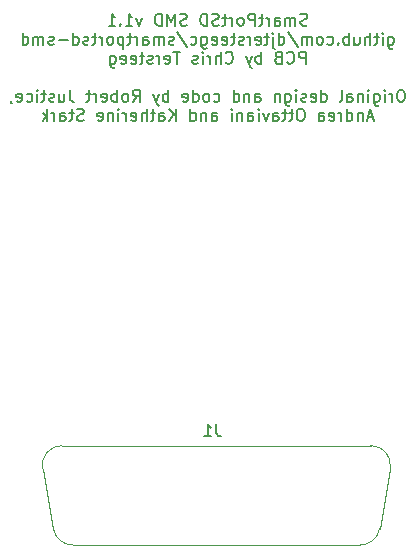
<source format=gbr>
%TF.GenerationSoftware,KiCad,Pcbnew,7.0.9*%
%TF.CreationDate,2023-12-07T13:52:13-06:00*%
%TF.ProjectId,smartportsd-smd,736d6172-7470-46f7-9274-73642d736d64,1.1*%
%TF.SameCoordinates,Original*%
%TF.FileFunction,Legend,Bot*%
%TF.FilePolarity,Positive*%
%FSLAX46Y46*%
G04 Gerber Fmt 4.6, Leading zero omitted, Abs format (unit mm)*
G04 Created by KiCad (PCBNEW 7.0.9) date 2023-12-07 13:52:13*
%MOMM*%
%LPD*%
G01*
G04 APERTURE LIST*
%ADD10C,0.150000*%
%ADD11C,0.120000*%
G04 APERTURE END LIST*
D10*
X162455762Y-88457200D02*
X162312905Y-88504819D01*
X162312905Y-88504819D02*
X162074810Y-88504819D01*
X162074810Y-88504819D02*
X161979572Y-88457200D01*
X161979572Y-88457200D02*
X161931953Y-88409580D01*
X161931953Y-88409580D02*
X161884334Y-88314342D01*
X161884334Y-88314342D02*
X161884334Y-88219104D01*
X161884334Y-88219104D02*
X161931953Y-88123866D01*
X161931953Y-88123866D02*
X161979572Y-88076247D01*
X161979572Y-88076247D02*
X162074810Y-88028628D01*
X162074810Y-88028628D02*
X162265286Y-87981009D01*
X162265286Y-87981009D02*
X162360524Y-87933390D01*
X162360524Y-87933390D02*
X162408143Y-87885771D01*
X162408143Y-87885771D02*
X162455762Y-87790533D01*
X162455762Y-87790533D02*
X162455762Y-87695295D01*
X162455762Y-87695295D02*
X162408143Y-87600057D01*
X162408143Y-87600057D02*
X162360524Y-87552438D01*
X162360524Y-87552438D02*
X162265286Y-87504819D01*
X162265286Y-87504819D02*
X162027191Y-87504819D01*
X162027191Y-87504819D02*
X161884334Y-87552438D01*
X161455762Y-88504819D02*
X161455762Y-87838152D01*
X161455762Y-87933390D02*
X161408143Y-87885771D01*
X161408143Y-87885771D02*
X161312905Y-87838152D01*
X161312905Y-87838152D02*
X161170048Y-87838152D01*
X161170048Y-87838152D02*
X161074810Y-87885771D01*
X161074810Y-87885771D02*
X161027191Y-87981009D01*
X161027191Y-87981009D02*
X161027191Y-88504819D01*
X161027191Y-87981009D02*
X160979572Y-87885771D01*
X160979572Y-87885771D02*
X160884334Y-87838152D01*
X160884334Y-87838152D02*
X160741477Y-87838152D01*
X160741477Y-87838152D02*
X160646238Y-87885771D01*
X160646238Y-87885771D02*
X160598619Y-87981009D01*
X160598619Y-87981009D02*
X160598619Y-88504819D01*
X159693858Y-88504819D02*
X159693858Y-87981009D01*
X159693858Y-87981009D02*
X159741477Y-87885771D01*
X159741477Y-87885771D02*
X159836715Y-87838152D01*
X159836715Y-87838152D02*
X160027191Y-87838152D01*
X160027191Y-87838152D02*
X160122429Y-87885771D01*
X159693858Y-88457200D02*
X159789096Y-88504819D01*
X159789096Y-88504819D02*
X160027191Y-88504819D01*
X160027191Y-88504819D02*
X160122429Y-88457200D01*
X160122429Y-88457200D02*
X160170048Y-88361961D01*
X160170048Y-88361961D02*
X160170048Y-88266723D01*
X160170048Y-88266723D02*
X160122429Y-88171485D01*
X160122429Y-88171485D02*
X160027191Y-88123866D01*
X160027191Y-88123866D02*
X159789096Y-88123866D01*
X159789096Y-88123866D02*
X159693858Y-88076247D01*
X159217667Y-88504819D02*
X159217667Y-87838152D01*
X159217667Y-88028628D02*
X159170048Y-87933390D01*
X159170048Y-87933390D02*
X159122429Y-87885771D01*
X159122429Y-87885771D02*
X159027191Y-87838152D01*
X159027191Y-87838152D02*
X158931953Y-87838152D01*
X158741476Y-87838152D02*
X158360524Y-87838152D01*
X158598619Y-87504819D02*
X158598619Y-88361961D01*
X158598619Y-88361961D02*
X158551000Y-88457200D01*
X158551000Y-88457200D02*
X158455762Y-88504819D01*
X158455762Y-88504819D02*
X158360524Y-88504819D01*
X158027190Y-88504819D02*
X158027190Y-87504819D01*
X158027190Y-87504819D02*
X157646238Y-87504819D01*
X157646238Y-87504819D02*
X157551000Y-87552438D01*
X157551000Y-87552438D02*
X157503381Y-87600057D01*
X157503381Y-87600057D02*
X157455762Y-87695295D01*
X157455762Y-87695295D02*
X157455762Y-87838152D01*
X157455762Y-87838152D02*
X157503381Y-87933390D01*
X157503381Y-87933390D02*
X157551000Y-87981009D01*
X157551000Y-87981009D02*
X157646238Y-88028628D01*
X157646238Y-88028628D02*
X158027190Y-88028628D01*
X156884333Y-88504819D02*
X156979571Y-88457200D01*
X156979571Y-88457200D02*
X157027190Y-88409580D01*
X157027190Y-88409580D02*
X157074809Y-88314342D01*
X157074809Y-88314342D02*
X157074809Y-88028628D01*
X157074809Y-88028628D02*
X157027190Y-87933390D01*
X157027190Y-87933390D02*
X156979571Y-87885771D01*
X156979571Y-87885771D02*
X156884333Y-87838152D01*
X156884333Y-87838152D02*
X156741476Y-87838152D01*
X156741476Y-87838152D02*
X156646238Y-87885771D01*
X156646238Y-87885771D02*
X156598619Y-87933390D01*
X156598619Y-87933390D02*
X156551000Y-88028628D01*
X156551000Y-88028628D02*
X156551000Y-88314342D01*
X156551000Y-88314342D02*
X156598619Y-88409580D01*
X156598619Y-88409580D02*
X156646238Y-88457200D01*
X156646238Y-88457200D02*
X156741476Y-88504819D01*
X156741476Y-88504819D02*
X156884333Y-88504819D01*
X156122428Y-88504819D02*
X156122428Y-87838152D01*
X156122428Y-88028628D02*
X156074809Y-87933390D01*
X156074809Y-87933390D02*
X156027190Y-87885771D01*
X156027190Y-87885771D02*
X155931952Y-87838152D01*
X155931952Y-87838152D02*
X155836714Y-87838152D01*
X155646237Y-87838152D02*
X155265285Y-87838152D01*
X155503380Y-87504819D02*
X155503380Y-88361961D01*
X155503380Y-88361961D02*
X155455761Y-88457200D01*
X155455761Y-88457200D02*
X155360523Y-88504819D01*
X155360523Y-88504819D02*
X155265285Y-88504819D01*
X154979570Y-88457200D02*
X154836713Y-88504819D01*
X154836713Y-88504819D02*
X154598618Y-88504819D01*
X154598618Y-88504819D02*
X154503380Y-88457200D01*
X154503380Y-88457200D02*
X154455761Y-88409580D01*
X154455761Y-88409580D02*
X154408142Y-88314342D01*
X154408142Y-88314342D02*
X154408142Y-88219104D01*
X154408142Y-88219104D02*
X154455761Y-88123866D01*
X154455761Y-88123866D02*
X154503380Y-88076247D01*
X154503380Y-88076247D02*
X154598618Y-88028628D01*
X154598618Y-88028628D02*
X154789094Y-87981009D01*
X154789094Y-87981009D02*
X154884332Y-87933390D01*
X154884332Y-87933390D02*
X154931951Y-87885771D01*
X154931951Y-87885771D02*
X154979570Y-87790533D01*
X154979570Y-87790533D02*
X154979570Y-87695295D01*
X154979570Y-87695295D02*
X154931951Y-87600057D01*
X154931951Y-87600057D02*
X154884332Y-87552438D01*
X154884332Y-87552438D02*
X154789094Y-87504819D01*
X154789094Y-87504819D02*
X154550999Y-87504819D01*
X154550999Y-87504819D02*
X154408142Y-87552438D01*
X153979570Y-88504819D02*
X153979570Y-87504819D01*
X153979570Y-87504819D02*
X153741475Y-87504819D01*
X153741475Y-87504819D02*
X153598618Y-87552438D01*
X153598618Y-87552438D02*
X153503380Y-87647676D01*
X153503380Y-87647676D02*
X153455761Y-87742914D01*
X153455761Y-87742914D02*
X153408142Y-87933390D01*
X153408142Y-87933390D02*
X153408142Y-88076247D01*
X153408142Y-88076247D02*
X153455761Y-88266723D01*
X153455761Y-88266723D02*
X153503380Y-88361961D01*
X153503380Y-88361961D02*
X153598618Y-88457200D01*
X153598618Y-88457200D02*
X153741475Y-88504819D01*
X153741475Y-88504819D02*
X153979570Y-88504819D01*
X152265284Y-88457200D02*
X152122427Y-88504819D01*
X152122427Y-88504819D02*
X151884332Y-88504819D01*
X151884332Y-88504819D02*
X151789094Y-88457200D01*
X151789094Y-88457200D02*
X151741475Y-88409580D01*
X151741475Y-88409580D02*
X151693856Y-88314342D01*
X151693856Y-88314342D02*
X151693856Y-88219104D01*
X151693856Y-88219104D02*
X151741475Y-88123866D01*
X151741475Y-88123866D02*
X151789094Y-88076247D01*
X151789094Y-88076247D02*
X151884332Y-88028628D01*
X151884332Y-88028628D02*
X152074808Y-87981009D01*
X152074808Y-87981009D02*
X152170046Y-87933390D01*
X152170046Y-87933390D02*
X152217665Y-87885771D01*
X152217665Y-87885771D02*
X152265284Y-87790533D01*
X152265284Y-87790533D02*
X152265284Y-87695295D01*
X152265284Y-87695295D02*
X152217665Y-87600057D01*
X152217665Y-87600057D02*
X152170046Y-87552438D01*
X152170046Y-87552438D02*
X152074808Y-87504819D01*
X152074808Y-87504819D02*
X151836713Y-87504819D01*
X151836713Y-87504819D02*
X151693856Y-87552438D01*
X151265284Y-88504819D02*
X151265284Y-87504819D01*
X151265284Y-87504819D02*
X150931951Y-88219104D01*
X150931951Y-88219104D02*
X150598618Y-87504819D01*
X150598618Y-87504819D02*
X150598618Y-88504819D01*
X150122427Y-88504819D02*
X150122427Y-87504819D01*
X150122427Y-87504819D02*
X149884332Y-87504819D01*
X149884332Y-87504819D02*
X149741475Y-87552438D01*
X149741475Y-87552438D02*
X149646237Y-87647676D01*
X149646237Y-87647676D02*
X149598618Y-87742914D01*
X149598618Y-87742914D02*
X149550999Y-87933390D01*
X149550999Y-87933390D02*
X149550999Y-88076247D01*
X149550999Y-88076247D02*
X149598618Y-88266723D01*
X149598618Y-88266723D02*
X149646237Y-88361961D01*
X149646237Y-88361961D02*
X149741475Y-88457200D01*
X149741475Y-88457200D02*
X149884332Y-88504819D01*
X149884332Y-88504819D02*
X150122427Y-88504819D01*
X148455760Y-87838152D02*
X148217665Y-88504819D01*
X148217665Y-88504819D02*
X147979570Y-87838152D01*
X147074808Y-88504819D02*
X147646236Y-88504819D01*
X147360522Y-88504819D02*
X147360522Y-87504819D01*
X147360522Y-87504819D02*
X147455760Y-87647676D01*
X147455760Y-87647676D02*
X147550998Y-87742914D01*
X147550998Y-87742914D02*
X147646236Y-87790533D01*
X146646236Y-88409580D02*
X146598617Y-88457200D01*
X146598617Y-88457200D02*
X146646236Y-88504819D01*
X146646236Y-88504819D02*
X146693855Y-88457200D01*
X146693855Y-88457200D02*
X146646236Y-88409580D01*
X146646236Y-88409580D02*
X146646236Y-88504819D01*
X145646237Y-88504819D02*
X146217665Y-88504819D01*
X145931951Y-88504819D02*
X145931951Y-87504819D01*
X145931951Y-87504819D02*
X146027189Y-87647676D01*
X146027189Y-87647676D02*
X146122427Y-87742914D01*
X146122427Y-87742914D02*
X146217665Y-87790533D01*
X169312906Y-89448152D02*
X169312906Y-90257676D01*
X169312906Y-90257676D02*
X169360525Y-90352914D01*
X169360525Y-90352914D02*
X169408144Y-90400533D01*
X169408144Y-90400533D02*
X169503382Y-90448152D01*
X169503382Y-90448152D02*
X169646239Y-90448152D01*
X169646239Y-90448152D02*
X169741477Y-90400533D01*
X169312906Y-90067200D02*
X169408144Y-90114819D01*
X169408144Y-90114819D02*
X169598620Y-90114819D01*
X169598620Y-90114819D02*
X169693858Y-90067200D01*
X169693858Y-90067200D02*
X169741477Y-90019580D01*
X169741477Y-90019580D02*
X169789096Y-89924342D01*
X169789096Y-89924342D02*
X169789096Y-89638628D01*
X169789096Y-89638628D02*
X169741477Y-89543390D01*
X169741477Y-89543390D02*
X169693858Y-89495771D01*
X169693858Y-89495771D02*
X169598620Y-89448152D01*
X169598620Y-89448152D02*
X169408144Y-89448152D01*
X169408144Y-89448152D02*
X169312906Y-89495771D01*
X168836715Y-90114819D02*
X168836715Y-89448152D01*
X168836715Y-89114819D02*
X168884334Y-89162438D01*
X168884334Y-89162438D02*
X168836715Y-89210057D01*
X168836715Y-89210057D02*
X168789096Y-89162438D01*
X168789096Y-89162438D02*
X168836715Y-89114819D01*
X168836715Y-89114819D02*
X168836715Y-89210057D01*
X168503382Y-89448152D02*
X168122430Y-89448152D01*
X168360525Y-89114819D02*
X168360525Y-89971961D01*
X168360525Y-89971961D02*
X168312906Y-90067200D01*
X168312906Y-90067200D02*
X168217668Y-90114819D01*
X168217668Y-90114819D02*
X168122430Y-90114819D01*
X167789096Y-90114819D02*
X167789096Y-89114819D01*
X167360525Y-90114819D02*
X167360525Y-89591009D01*
X167360525Y-89591009D02*
X167408144Y-89495771D01*
X167408144Y-89495771D02*
X167503382Y-89448152D01*
X167503382Y-89448152D02*
X167646239Y-89448152D01*
X167646239Y-89448152D02*
X167741477Y-89495771D01*
X167741477Y-89495771D02*
X167789096Y-89543390D01*
X166455763Y-89448152D02*
X166455763Y-90114819D01*
X166884334Y-89448152D02*
X166884334Y-89971961D01*
X166884334Y-89971961D02*
X166836715Y-90067200D01*
X166836715Y-90067200D02*
X166741477Y-90114819D01*
X166741477Y-90114819D02*
X166598620Y-90114819D01*
X166598620Y-90114819D02*
X166503382Y-90067200D01*
X166503382Y-90067200D02*
X166455763Y-90019580D01*
X165979572Y-90114819D02*
X165979572Y-89114819D01*
X165979572Y-89495771D02*
X165884334Y-89448152D01*
X165884334Y-89448152D02*
X165693858Y-89448152D01*
X165693858Y-89448152D02*
X165598620Y-89495771D01*
X165598620Y-89495771D02*
X165551001Y-89543390D01*
X165551001Y-89543390D02*
X165503382Y-89638628D01*
X165503382Y-89638628D02*
X165503382Y-89924342D01*
X165503382Y-89924342D02*
X165551001Y-90019580D01*
X165551001Y-90019580D02*
X165598620Y-90067200D01*
X165598620Y-90067200D02*
X165693858Y-90114819D01*
X165693858Y-90114819D02*
X165884334Y-90114819D01*
X165884334Y-90114819D02*
X165979572Y-90067200D01*
X165074810Y-90019580D02*
X165027191Y-90067200D01*
X165027191Y-90067200D02*
X165074810Y-90114819D01*
X165074810Y-90114819D02*
X165122429Y-90067200D01*
X165122429Y-90067200D02*
X165074810Y-90019580D01*
X165074810Y-90019580D02*
X165074810Y-90114819D01*
X164170049Y-90067200D02*
X164265287Y-90114819D01*
X164265287Y-90114819D02*
X164455763Y-90114819D01*
X164455763Y-90114819D02*
X164551001Y-90067200D01*
X164551001Y-90067200D02*
X164598620Y-90019580D01*
X164598620Y-90019580D02*
X164646239Y-89924342D01*
X164646239Y-89924342D02*
X164646239Y-89638628D01*
X164646239Y-89638628D02*
X164598620Y-89543390D01*
X164598620Y-89543390D02*
X164551001Y-89495771D01*
X164551001Y-89495771D02*
X164455763Y-89448152D01*
X164455763Y-89448152D02*
X164265287Y-89448152D01*
X164265287Y-89448152D02*
X164170049Y-89495771D01*
X163598620Y-90114819D02*
X163693858Y-90067200D01*
X163693858Y-90067200D02*
X163741477Y-90019580D01*
X163741477Y-90019580D02*
X163789096Y-89924342D01*
X163789096Y-89924342D02*
X163789096Y-89638628D01*
X163789096Y-89638628D02*
X163741477Y-89543390D01*
X163741477Y-89543390D02*
X163693858Y-89495771D01*
X163693858Y-89495771D02*
X163598620Y-89448152D01*
X163598620Y-89448152D02*
X163455763Y-89448152D01*
X163455763Y-89448152D02*
X163360525Y-89495771D01*
X163360525Y-89495771D02*
X163312906Y-89543390D01*
X163312906Y-89543390D02*
X163265287Y-89638628D01*
X163265287Y-89638628D02*
X163265287Y-89924342D01*
X163265287Y-89924342D02*
X163312906Y-90019580D01*
X163312906Y-90019580D02*
X163360525Y-90067200D01*
X163360525Y-90067200D02*
X163455763Y-90114819D01*
X163455763Y-90114819D02*
X163598620Y-90114819D01*
X162836715Y-90114819D02*
X162836715Y-89448152D01*
X162836715Y-89543390D02*
X162789096Y-89495771D01*
X162789096Y-89495771D02*
X162693858Y-89448152D01*
X162693858Y-89448152D02*
X162551001Y-89448152D01*
X162551001Y-89448152D02*
X162455763Y-89495771D01*
X162455763Y-89495771D02*
X162408144Y-89591009D01*
X162408144Y-89591009D02*
X162408144Y-90114819D01*
X162408144Y-89591009D02*
X162360525Y-89495771D01*
X162360525Y-89495771D02*
X162265287Y-89448152D01*
X162265287Y-89448152D02*
X162122430Y-89448152D01*
X162122430Y-89448152D02*
X162027191Y-89495771D01*
X162027191Y-89495771D02*
X161979572Y-89591009D01*
X161979572Y-89591009D02*
X161979572Y-90114819D01*
X160789097Y-89067200D02*
X161646239Y-90352914D01*
X160027192Y-90114819D02*
X160027192Y-89114819D01*
X160027192Y-90067200D02*
X160122430Y-90114819D01*
X160122430Y-90114819D02*
X160312906Y-90114819D01*
X160312906Y-90114819D02*
X160408144Y-90067200D01*
X160408144Y-90067200D02*
X160455763Y-90019580D01*
X160455763Y-90019580D02*
X160503382Y-89924342D01*
X160503382Y-89924342D02*
X160503382Y-89638628D01*
X160503382Y-89638628D02*
X160455763Y-89543390D01*
X160455763Y-89543390D02*
X160408144Y-89495771D01*
X160408144Y-89495771D02*
X160312906Y-89448152D01*
X160312906Y-89448152D02*
X160122430Y-89448152D01*
X160122430Y-89448152D02*
X160027192Y-89495771D01*
X159551001Y-89448152D02*
X159551001Y-90305295D01*
X159551001Y-90305295D02*
X159598620Y-90400533D01*
X159598620Y-90400533D02*
X159693858Y-90448152D01*
X159693858Y-90448152D02*
X159741477Y-90448152D01*
X159551001Y-89114819D02*
X159598620Y-89162438D01*
X159598620Y-89162438D02*
X159551001Y-89210057D01*
X159551001Y-89210057D02*
X159503382Y-89162438D01*
X159503382Y-89162438D02*
X159551001Y-89114819D01*
X159551001Y-89114819D02*
X159551001Y-89210057D01*
X159217668Y-89448152D02*
X158836716Y-89448152D01*
X159074811Y-89114819D02*
X159074811Y-89971961D01*
X159074811Y-89971961D02*
X159027192Y-90067200D01*
X159027192Y-90067200D02*
X158931954Y-90114819D01*
X158931954Y-90114819D02*
X158836716Y-90114819D01*
X158122430Y-90067200D02*
X158217668Y-90114819D01*
X158217668Y-90114819D02*
X158408144Y-90114819D01*
X158408144Y-90114819D02*
X158503382Y-90067200D01*
X158503382Y-90067200D02*
X158551001Y-89971961D01*
X158551001Y-89971961D02*
X158551001Y-89591009D01*
X158551001Y-89591009D02*
X158503382Y-89495771D01*
X158503382Y-89495771D02*
X158408144Y-89448152D01*
X158408144Y-89448152D02*
X158217668Y-89448152D01*
X158217668Y-89448152D02*
X158122430Y-89495771D01*
X158122430Y-89495771D02*
X158074811Y-89591009D01*
X158074811Y-89591009D02*
X158074811Y-89686247D01*
X158074811Y-89686247D02*
X158551001Y-89781485D01*
X157646239Y-90114819D02*
X157646239Y-89448152D01*
X157646239Y-89638628D02*
X157598620Y-89543390D01*
X157598620Y-89543390D02*
X157551001Y-89495771D01*
X157551001Y-89495771D02*
X157455763Y-89448152D01*
X157455763Y-89448152D02*
X157360525Y-89448152D01*
X157074810Y-90067200D02*
X156979572Y-90114819D01*
X156979572Y-90114819D02*
X156789096Y-90114819D01*
X156789096Y-90114819D02*
X156693858Y-90067200D01*
X156693858Y-90067200D02*
X156646239Y-89971961D01*
X156646239Y-89971961D02*
X156646239Y-89924342D01*
X156646239Y-89924342D02*
X156693858Y-89829104D01*
X156693858Y-89829104D02*
X156789096Y-89781485D01*
X156789096Y-89781485D02*
X156931953Y-89781485D01*
X156931953Y-89781485D02*
X157027191Y-89733866D01*
X157027191Y-89733866D02*
X157074810Y-89638628D01*
X157074810Y-89638628D02*
X157074810Y-89591009D01*
X157074810Y-89591009D02*
X157027191Y-89495771D01*
X157027191Y-89495771D02*
X156931953Y-89448152D01*
X156931953Y-89448152D02*
X156789096Y-89448152D01*
X156789096Y-89448152D02*
X156693858Y-89495771D01*
X156360524Y-89448152D02*
X155979572Y-89448152D01*
X156217667Y-89114819D02*
X156217667Y-89971961D01*
X156217667Y-89971961D02*
X156170048Y-90067200D01*
X156170048Y-90067200D02*
X156074810Y-90114819D01*
X156074810Y-90114819D02*
X155979572Y-90114819D01*
X155265286Y-90067200D02*
X155360524Y-90114819D01*
X155360524Y-90114819D02*
X155551000Y-90114819D01*
X155551000Y-90114819D02*
X155646238Y-90067200D01*
X155646238Y-90067200D02*
X155693857Y-89971961D01*
X155693857Y-89971961D02*
X155693857Y-89591009D01*
X155693857Y-89591009D02*
X155646238Y-89495771D01*
X155646238Y-89495771D02*
X155551000Y-89448152D01*
X155551000Y-89448152D02*
X155360524Y-89448152D01*
X155360524Y-89448152D02*
X155265286Y-89495771D01*
X155265286Y-89495771D02*
X155217667Y-89591009D01*
X155217667Y-89591009D02*
X155217667Y-89686247D01*
X155217667Y-89686247D02*
X155693857Y-89781485D01*
X154408143Y-90067200D02*
X154503381Y-90114819D01*
X154503381Y-90114819D02*
X154693857Y-90114819D01*
X154693857Y-90114819D02*
X154789095Y-90067200D01*
X154789095Y-90067200D02*
X154836714Y-89971961D01*
X154836714Y-89971961D02*
X154836714Y-89591009D01*
X154836714Y-89591009D02*
X154789095Y-89495771D01*
X154789095Y-89495771D02*
X154693857Y-89448152D01*
X154693857Y-89448152D02*
X154503381Y-89448152D01*
X154503381Y-89448152D02*
X154408143Y-89495771D01*
X154408143Y-89495771D02*
X154360524Y-89591009D01*
X154360524Y-89591009D02*
X154360524Y-89686247D01*
X154360524Y-89686247D02*
X154836714Y-89781485D01*
X153503381Y-89448152D02*
X153503381Y-90257676D01*
X153503381Y-90257676D02*
X153551000Y-90352914D01*
X153551000Y-90352914D02*
X153598619Y-90400533D01*
X153598619Y-90400533D02*
X153693857Y-90448152D01*
X153693857Y-90448152D02*
X153836714Y-90448152D01*
X153836714Y-90448152D02*
X153931952Y-90400533D01*
X153503381Y-90067200D02*
X153598619Y-90114819D01*
X153598619Y-90114819D02*
X153789095Y-90114819D01*
X153789095Y-90114819D02*
X153884333Y-90067200D01*
X153884333Y-90067200D02*
X153931952Y-90019580D01*
X153931952Y-90019580D02*
X153979571Y-89924342D01*
X153979571Y-89924342D02*
X153979571Y-89638628D01*
X153979571Y-89638628D02*
X153931952Y-89543390D01*
X153931952Y-89543390D02*
X153884333Y-89495771D01*
X153884333Y-89495771D02*
X153789095Y-89448152D01*
X153789095Y-89448152D02*
X153598619Y-89448152D01*
X153598619Y-89448152D02*
X153503381Y-89495771D01*
X152598619Y-90067200D02*
X152693857Y-90114819D01*
X152693857Y-90114819D02*
X152884333Y-90114819D01*
X152884333Y-90114819D02*
X152979571Y-90067200D01*
X152979571Y-90067200D02*
X153027190Y-90019580D01*
X153027190Y-90019580D02*
X153074809Y-89924342D01*
X153074809Y-89924342D02*
X153074809Y-89638628D01*
X153074809Y-89638628D02*
X153027190Y-89543390D01*
X153027190Y-89543390D02*
X152979571Y-89495771D01*
X152979571Y-89495771D02*
X152884333Y-89448152D01*
X152884333Y-89448152D02*
X152693857Y-89448152D01*
X152693857Y-89448152D02*
X152598619Y-89495771D01*
X151455762Y-89067200D02*
X152312904Y-90352914D01*
X151170047Y-90067200D02*
X151074809Y-90114819D01*
X151074809Y-90114819D02*
X150884333Y-90114819D01*
X150884333Y-90114819D02*
X150789095Y-90067200D01*
X150789095Y-90067200D02*
X150741476Y-89971961D01*
X150741476Y-89971961D02*
X150741476Y-89924342D01*
X150741476Y-89924342D02*
X150789095Y-89829104D01*
X150789095Y-89829104D02*
X150884333Y-89781485D01*
X150884333Y-89781485D02*
X151027190Y-89781485D01*
X151027190Y-89781485D02*
X151122428Y-89733866D01*
X151122428Y-89733866D02*
X151170047Y-89638628D01*
X151170047Y-89638628D02*
X151170047Y-89591009D01*
X151170047Y-89591009D02*
X151122428Y-89495771D01*
X151122428Y-89495771D02*
X151027190Y-89448152D01*
X151027190Y-89448152D02*
X150884333Y-89448152D01*
X150884333Y-89448152D02*
X150789095Y-89495771D01*
X150312904Y-90114819D02*
X150312904Y-89448152D01*
X150312904Y-89543390D02*
X150265285Y-89495771D01*
X150265285Y-89495771D02*
X150170047Y-89448152D01*
X150170047Y-89448152D02*
X150027190Y-89448152D01*
X150027190Y-89448152D02*
X149931952Y-89495771D01*
X149931952Y-89495771D02*
X149884333Y-89591009D01*
X149884333Y-89591009D02*
X149884333Y-90114819D01*
X149884333Y-89591009D02*
X149836714Y-89495771D01*
X149836714Y-89495771D02*
X149741476Y-89448152D01*
X149741476Y-89448152D02*
X149598619Y-89448152D01*
X149598619Y-89448152D02*
X149503380Y-89495771D01*
X149503380Y-89495771D02*
X149455761Y-89591009D01*
X149455761Y-89591009D02*
X149455761Y-90114819D01*
X148551000Y-90114819D02*
X148551000Y-89591009D01*
X148551000Y-89591009D02*
X148598619Y-89495771D01*
X148598619Y-89495771D02*
X148693857Y-89448152D01*
X148693857Y-89448152D02*
X148884333Y-89448152D01*
X148884333Y-89448152D02*
X148979571Y-89495771D01*
X148551000Y-90067200D02*
X148646238Y-90114819D01*
X148646238Y-90114819D02*
X148884333Y-90114819D01*
X148884333Y-90114819D02*
X148979571Y-90067200D01*
X148979571Y-90067200D02*
X149027190Y-89971961D01*
X149027190Y-89971961D02*
X149027190Y-89876723D01*
X149027190Y-89876723D02*
X148979571Y-89781485D01*
X148979571Y-89781485D02*
X148884333Y-89733866D01*
X148884333Y-89733866D02*
X148646238Y-89733866D01*
X148646238Y-89733866D02*
X148551000Y-89686247D01*
X148074809Y-90114819D02*
X148074809Y-89448152D01*
X148074809Y-89638628D02*
X148027190Y-89543390D01*
X148027190Y-89543390D02*
X147979571Y-89495771D01*
X147979571Y-89495771D02*
X147884333Y-89448152D01*
X147884333Y-89448152D02*
X147789095Y-89448152D01*
X147598618Y-89448152D02*
X147217666Y-89448152D01*
X147455761Y-89114819D02*
X147455761Y-89971961D01*
X147455761Y-89971961D02*
X147408142Y-90067200D01*
X147408142Y-90067200D02*
X147312904Y-90114819D01*
X147312904Y-90114819D02*
X147217666Y-90114819D01*
X146884332Y-89448152D02*
X146884332Y-90448152D01*
X146884332Y-89495771D02*
X146789094Y-89448152D01*
X146789094Y-89448152D02*
X146598618Y-89448152D01*
X146598618Y-89448152D02*
X146503380Y-89495771D01*
X146503380Y-89495771D02*
X146455761Y-89543390D01*
X146455761Y-89543390D02*
X146408142Y-89638628D01*
X146408142Y-89638628D02*
X146408142Y-89924342D01*
X146408142Y-89924342D02*
X146455761Y-90019580D01*
X146455761Y-90019580D02*
X146503380Y-90067200D01*
X146503380Y-90067200D02*
X146598618Y-90114819D01*
X146598618Y-90114819D02*
X146789094Y-90114819D01*
X146789094Y-90114819D02*
X146884332Y-90067200D01*
X145836713Y-90114819D02*
X145931951Y-90067200D01*
X145931951Y-90067200D02*
X145979570Y-90019580D01*
X145979570Y-90019580D02*
X146027189Y-89924342D01*
X146027189Y-89924342D02*
X146027189Y-89638628D01*
X146027189Y-89638628D02*
X145979570Y-89543390D01*
X145979570Y-89543390D02*
X145931951Y-89495771D01*
X145931951Y-89495771D02*
X145836713Y-89448152D01*
X145836713Y-89448152D02*
X145693856Y-89448152D01*
X145693856Y-89448152D02*
X145598618Y-89495771D01*
X145598618Y-89495771D02*
X145550999Y-89543390D01*
X145550999Y-89543390D02*
X145503380Y-89638628D01*
X145503380Y-89638628D02*
X145503380Y-89924342D01*
X145503380Y-89924342D02*
X145550999Y-90019580D01*
X145550999Y-90019580D02*
X145598618Y-90067200D01*
X145598618Y-90067200D02*
X145693856Y-90114819D01*
X145693856Y-90114819D02*
X145836713Y-90114819D01*
X145074808Y-90114819D02*
X145074808Y-89448152D01*
X145074808Y-89638628D02*
X145027189Y-89543390D01*
X145027189Y-89543390D02*
X144979570Y-89495771D01*
X144979570Y-89495771D02*
X144884332Y-89448152D01*
X144884332Y-89448152D02*
X144789094Y-89448152D01*
X144598617Y-89448152D02*
X144217665Y-89448152D01*
X144455760Y-89114819D02*
X144455760Y-89971961D01*
X144455760Y-89971961D02*
X144408141Y-90067200D01*
X144408141Y-90067200D02*
X144312903Y-90114819D01*
X144312903Y-90114819D02*
X144217665Y-90114819D01*
X143931950Y-90067200D02*
X143836712Y-90114819D01*
X143836712Y-90114819D02*
X143646236Y-90114819D01*
X143646236Y-90114819D02*
X143550998Y-90067200D01*
X143550998Y-90067200D02*
X143503379Y-89971961D01*
X143503379Y-89971961D02*
X143503379Y-89924342D01*
X143503379Y-89924342D02*
X143550998Y-89829104D01*
X143550998Y-89829104D02*
X143646236Y-89781485D01*
X143646236Y-89781485D02*
X143789093Y-89781485D01*
X143789093Y-89781485D02*
X143884331Y-89733866D01*
X143884331Y-89733866D02*
X143931950Y-89638628D01*
X143931950Y-89638628D02*
X143931950Y-89591009D01*
X143931950Y-89591009D02*
X143884331Y-89495771D01*
X143884331Y-89495771D02*
X143789093Y-89448152D01*
X143789093Y-89448152D02*
X143646236Y-89448152D01*
X143646236Y-89448152D02*
X143550998Y-89495771D01*
X142646236Y-90114819D02*
X142646236Y-89114819D01*
X142646236Y-90067200D02*
X142741474Y-90114819D01*
X142741474Y-90114819D02*
X142931950Y-90114819D01*
X142931950Y-90114819D02*
X143027188Y-90067200D01*
X143027188Y-90067200D02*
X143074807Y-90019580D01*
X143074807Y-90019580D02*
X143122426Y-89924342D01*
X143122426Y-89924342D02*
X143122426Y-89638628D01*
X143122426Y-89638628D02*
X143074807Y-89543390D01*
X143074807Y-89543390D02*
X143027188Y-89495771D01*
X143027188Y-89495771D02*
X142931950Y-89448152D01*
X142931950Y-89448152D02*
X142741474Y-89448152D01*
X142741474Y-89448152D02*
X142646236Y-89495771D01*
X142170045Y-89733866D02*
X141408141Y-89733866D01*
X140979569Y-90067200D02*
X140884331Y-90114819D01*
X140884331Y-90114819D02*
X140693855Y-90114819D01*
X140693855Y-90114819D02*
X140598617Y-90067200D01*
X140598617Y-90067200D02*
X140550998Y-89971961D01*
X140550998Y-89971961D02*
X140550998Y-89924342D01*
X140550998Y-89924342D02*
X140598617Y-89829104D01*
X140598617Y-89829104D02*
X140693855Y-89781485D01*
X140693855Y-89781485D02*
X140836712Y-89781485D01*
X140836712Y-89781485D02*
X140931950Y-89733866D01*
X140931950Y-89733866D02*
X140979569Y-89638628D01*
X140979569Y-89638628D02*
X140979569Y-89591009D01*
X140979569Y-89591009D02*
X140931950Y-89495771D01*
X140931950Y-89495771D02*
X140836712Y-89448152D01*
X140836712Y-89448152D02*
X140693855Y-89448152D01*
X140693855Y-89448152D02*
X140598617Y-89495771D01*
X140122426Y-90114819D02*
X140122426Y-89448152D01*
X140122426Y-89543390D02*
X140074807Y-89495771D01*
X140074807Y-89495771D02*
X139979569Y-89448152D01*
X139979569Y-89448152D02*
X139836712Y-89448152D01*
X139836712Y-89448152D02*
X139741474Y-89495771D01*
X139741474Y-89495771D02*
X139693855Y-89591009D01*
X139693855Y-89591009D02*
X139693855Y-90114819D01*
X139693855Y-89591009D02*
X139646236Y-89495771D01*
X139646236Y-89495771D02*
X139550998Y-89448152D01*
X139550998Y-89448152D02*
X139408141Y-89448152D01*
X139408141Y-89448152D02*
X139312902Y-89495771D01*
X139312902Y-89495771D02*
X139265283Y-89591009D01*
X139265283Y-89591009D02*
X139265283Y-90114819D01*
X138360522Y-90114819D02*
X138360522Y-89114819D01*
X138360522Y-90067200D02*
X138455760Y-90114819D01*
X138455760Y-90114819D02*
X138646236Y-90114819D01*
X138646236Y-90114819D02*
X138741474Y-90067200D01*
X138741474Y-90067200D02*
X138789093Y-90019580D01*
X138789093Y-90019580D02*
X138836712Y-89924342D01*
X138836712Y-89924342D02*
X138836712Y-89638628D01*
X138836712Y-89638628D02*
X138789093Y-89543390D01*
X138789093Y-89543390D02*
X138741474Y-89495771D01*
X138741474Y-89495771D02*
X138646236Y-89448152D01*
X138646236Y-89448152D02*
X138455760Y-89448152D01*
X138455760Y-89448152D02*
X138360522Y-89495771D01*
X162312905Y-91724819D02*
X162312905Y-90724819D01*
X162312905Y-90724819D02*
X161931953Y-90724819D01*
X161931953Y-90724819D02*
X161836715Y-90772438D01*
X161836715Y-90772438D02*
X161789096Y-90820057D01*
X161789096Y-90820057D02*
X161741477Y-90915295D01*
X161741477Y-90915295D02*
X161741477Y-91058152D01*
X161741477Y-91058152D02*
X161789096Y-91153390D01*
X161789096Y-91153390D02*
X161836715Y-91201009D01*
X161836715Y-91201009D02*
X161931953Y-91248628D01*
X161931953Y-91248628D02*
X162312905Y-91248628D01*
X160741477Y-91629580D02*
X160789096Y-91677200D01*
X160789096Y-91677200D02*
X160931953Y-91724819D01*
X160931953Y-91724819D02*
X161027191Y-91724819D01*
X161027191Y-91724819D02*
X161170048Y-91677200D01*
X161170048Y-91677200D02*
X161265286Y-91581961D01*
X161265286Y-91581961D02*
X161312905Y-91486723D01*
X161312905Y-91486723D02*
X161360524Y-91296247D01*
X161360524Y-91296247D02*
X161360524Y-91153390D01*
X161360524Y-91153390D02*
X161312905Y-90962914D01*
X161312905Y-90962914D02*
X161265286Y-90867676D01*
X161265286Y-90867676D02*
X161170048Y-90772438D01*
X161170048Y-90772438D02*
X161027191Y-90724819D01*
X161027191Y-90724819D02*
X160931953Y-90724819D01*
X160931953Y-90724819D02*
X160789096Y-90772438D01*
X160789096Y-90772438D02*
X160741477Y-90820057D01*
X159979572Y-91201009D02*
X159836715Y-91248628D01*
X159836715Y-91248628D02*
X159789096Y-91296247D01*
X159789096Y-91296247D02*
X159741477Y-91391485D01*
X159741477Y-91391485D02*
X159741477Y-91534342D01*
X159741477Y-91534342D02*
X159789096Y-91629580D01*
X159789096Y-91629580D02*
X159836715Y-91677200D01*
X159836715Y-91677200D02*
X159931953Y-91724819D01*
X159931953Y-91724819D02*
X160312905Y-91724819D01*
X160312905Y-91724819D02*
X160312905Y-90724819D01*
X160312905Y-90724819D02*
X159979572Y-90724819D01*
X159979572Y-90724819D02*
X159884334Y-90772438D01*
X159884334Y-90772438D02*
X159836715Y-90820057D01*
X159836715Y-90820057D02*
X159789096Y-90915295D01*
X159789096Y-90915295D02*
X159789096Y-91010533D01*
X159789096Y-91010533D02*
X159836715Y-91105771D01*
X159836715Y-91105771D02*
X159884334Y-91153390D01*
X159884334Y-91153390D02*
X159979572Y-91201009D01*
X159979572Y-91201009D02*
X160312905Y-91201009D01*
X158551000Y-91724819D02*
X158551000Y-90724819D01*
X158551000Y-91105771D02*
X158455762Y-91058152D01*
X158455762Y-91058152D02*
X158265286Y-91058152D01*
X158265286Y-91058152D02*
X158170048Y-91105771D01*
X158170048Y-91105771D02*
X158122429Y-91153390D01*
X158122429Y-91153390D02*
X158074810Y-91248628D01*
X158074810Y-91248628D02*
X158074810Y-91534342D01*
X158074810Y-91534342D02*
X158122429Y-91629580D01*
X158122429Y-91629580D02*
X158170048Y-91677200D01*
X158170048Y-91677200D02*
X158265286Y-91724819D01*
X158265286Y-91724819D02*
X158455762Y-91724819D01*
X158455762Y-91724819D02*
X158551000Y-91677200D01*
X157741476Y-91058152D02*
X157503381Y-91724819D01*
X157265286Y-91058152D02*
X157503381Y-91724819D01*
X157503381Y-91724819D02*
X157598619Y-91962914D01*
X157598619Y-91962914D02*
X157646238Y-92010533D01*
X157646238Y-92010533D02*
X157741476Y-92058152D01*
X155551000Y-91629580D02*
X155598619Y-91677200D01*
X155598619Y-91677200D02*
X155741476Y-91724819D01*
X155741476Y-91724819D02*
X155836714Y-91724819D01*
X155836714Y-91724819D02*
X155979571Y-91677200D01*
X155979571Y-91677200D02*
X156074809Y-91581961D01*
X156074809Y-91581961D02*
X156122428Y-91486723D01*
X156122428Y-91486723D02*
X156170047Y-91296247D01*
X156170047Y-91296247D02*
X156170047Y-91153390D01*
X156170047Y-91153390D02*
X156122428Y-90962914D01*
X156122428Y-90962914D02*
X156074809Y-90867676D01*
X156074809Y-90867676D02*
X155979571Y-90772438D01*
X155979571Y-90772438D02*
X155836714Y-90724819D01*
X155836714Y-90724819D02*
X155741476Y-90724819D01*
X155741476Y-90724819D02*
X155598619Y-90772438D01*
X155598619Y-90772438D02*
X155551000Y-90820057D01*
X155122428Y-91724819D02*
X155122428Y-90724819D01*
X154693857Y-91724819D02*
X154693857Y-91201009D01*
X154693857Y-91201009D02*
X154741476Y-91105771D01*
X154741476Y-91105771D02*
X154836714Y-91058152D01*
X154836714Y-91058152D02*
X154979571Y-91058152D01*
X154979571Y-91058152D02*
X155074809Y-91105771D01*
X155074809Y-91105771D02*
X155122428Y-91153390D01*
X154217666Y-91724819D02*
X154217666Y-91058152D01*
X154217666Y-91248628D02*
X154170047Y-91153390D01*
X154170047Y-91153390D02*
X154122428Y-91105771D01*
X154122428Y-91105771D02*
X154027190Y-91058152D01*
X154027190Y-91058152D02*
X153931952Y-91058152D01*
X153598618Y-91724819D02*
X153598618Y-91058152D01*
X153598618Y-90724819D02*
X153646237Y-90772438D01*
X153646237Y-90772438D02*
X153598618Y-90820057D01*
X153598618Y-90820057D02*
X153550999Y-90772438D01*
X153550999Y-90772438D02*
X153598618Y-90724819D01*
X153598618Y-90724819D02*
X153598618Y-90820057D01*
X153170047Y-91677200D02*
X153074809Y-91724819D01*
X153074809Y-91724819D02*
X152884333Y-91724819D01*
X152884333Y-91724819D02*
X152789095Y-91677200D01*
X152789095Y-91677200D02*
X152741476Y-91581961D01*
X152741476Y-91581961D02*
X152741476Y-91534342D01*
X152741476Y-91534342D02*
X152789095Y-91439104D01*
X152789095Y-91439104D02*
X152884333Y-91391485D01*
X152884333Y-91391485D02*
X153027190Y-91391485D01*
X153027190Y-91391485D02*
X153122428Y-91343866D01*
X153122428Y-91343866D02*
X153170047Y-91248628D01*
X153170047Y-91248628D02*
X153170047Y-91201009D01*
X153170047Y-91201009D02*
X153122428Y-91105771D01*
X153122428Y-91105771D02*
X153027190Y-91058152D01*
X153027190Y-91058152D02*
X152884333Y-91058152D01*
X152884333Y-91058152D02*
X152789095Y-91105771D01*
X151693856Y-90724819D02*
X151122428Y-90724819D01*
X151408142Y-91724819D02*
X151408142Y-90724819D01*
X150408142Y-91677200D02*
X150503380Y-91724819D01*
X150503380Y-91724819D02*
X150693856Y-91724819D01*
X150693856Y-91724819D02*
X150789094Y-91677200D01*
X150789094Y-91677200D02*
X150836713Y-91581961D01*
X150836713Y-91581961D02*
X150836713Y-91201009D01*
X150836713Y-91201009D02*
X150789094Y-91105771D01*
X150789094Y-91105771D02*
X150693856Y-91058152D01*
X150693856Y-91058152D02*
X150503380Y-91058152D01*
X150503380Y-91058152D02*
X150408142Y-91105771D01*
X150408142Y-91105771D02*
X150360523Y-91201009D01*
X150360523Y-91201009D02*
X150360523Y-91296247D01*
X150360523Y-91296247D02*
X150836713Y-91391485D01*
X149931951Y-91724819D02*
X149931951Y-91058152D01*
X149931951Y-91248628D02*
X149884332Y-91153390D01*
X149884332Y-91153390D02*
X149836713Y-91105771D01*
X149836713Y-91105771D02*
X149741475Y-91058152D01*
X149741475Y-91058152D02*
X149646237Y-91058152D01*
X149360522Y-91677200D02*
X149265284Y-91724819D01*
X149265284Y-91724819D02*
X149074808Y-91724819D01*
X149074808Y-91724819D02*
X148979570Y-91677200D01*
X148979570Y-91677200D02*
X148931951Y-91581961D01*
X148931951Y-91581961D02*
X148931951Y-91534342D01*
X148931951Y-91534342D02*
X148979570Y-91439104D01*
X148979570Y-91439104D02*
X149074808Y-91391485D01*
X149074808Y-91391485D02*
X149217665Y-91391485D01*
X149217665Y-91391485D02*
X149312903Y-91343866D01*
X149312903Y-91343866D02*
X149360522Y-91248628D01*
X149360522Y-91248628D02*
X149360522Y-91201009D01*
X149360522Y-91201009D02*
X149312903Y-91105771D01*
X149312903Y-91105771D02*
X149217665Y-91058152D01*
X149217665Y-91058152D02*
X149074808Y-91058152D01*
X149074808Y-91058152D02*
X148979570Y-91105771D01*
X148646236Y-91058152D02*
X148265284Y-91058152D01*
X148503379Y-90724819D02*
X148503379Y-91581961D01*
X148503379Y-91581961D02*
X148455760Y-91677200D01*
X148455760Y-91677200D02*
X148360522Y-91724819D01*
X148360522Y-91724819D02*
X148265284Y-91724819D01*
X147550998Y-91677200D02*
X147646236Y-91724819D01*
X147646236Y-91724819D02*
X147836712Y-91724819D01*
X147836712Y-91724819D02*
X147931950Y-91677200D01*
X147931950Y-91677200D02*
X147979569Y-91581961D01*
X147979569Y-91581961D02*
X147979569Y-91201009D01*
X147979569Y-91201009D02*
X147931950Y-91105771D01*
X147931950Y-91105771D02*
X147836712Y-91058152D01*
X147836712Y-91058152D02*
X147646236Y-91058152D01*
X147646236Y-91058152D02*
X147550998Y-91105771D01*
X147550998Y-91105771D02*
X147503379Y-91201009D01*
X147503379Y-91201009D02*
X147503379Y-91296247D01*
X147503379Y-91296247D02*
X147979569Y-91391485D01*
X146693855Y-91677200D02*
X146789093Y-91724819D01*
X146789093Y-91724819D02*
X146979569Y-91724819D01*
X146979569Y-91724819D02*
X147074807Y-91677200D01*
X147074807Y-91677200D02*
X147122426Y-91581961D01*
X147122426Y-91581961D02*
X147122426Y-91201009D01*
X147122426Y-91201009D02*
X147074807Y-91105771D01*
X147074807Y-91105771D02*
X146979569Y-91058152D01*
X146979569Y-91058152D02*
X146789093Y-91058152D01*
X146789093Y-91058152D02*
X146693855Y-91105771D01*
X146693855Y-91105771D02*
X146646236Y-91201009D01*
X146646236Y-91201009D02*
X146646236Y-91296247D01*
X146646236Y-91296247D02*
X147122426Y-91391485D01*
X145789093Y-91058152D02*
X145789093Y-91867676D01*
X145789093Y-91867676D02*
X145836712Y-91962914D01*
X145836712Y-91962914D02*
X145884331Y-92010533D01*
X145884331Y-92010533D02*
X145979569Y-92058152D01*
X145979569Y-92058152D02*
X146122426Y-92058152D01*
X146122426Y-92058152D02*
X146217664Y-92010533D01*
X145789093Y-91677200D02*
X145884331Y-91724819D01*
X145884331Y-91724819D02*
X146074807Y-91724819D01*
X146074807Y-91724819D02*
X146170045Y-91677200D01*
X146170045Y-91677200D02*
X146217664Y-91629580D01*
X146217664Y-91629580D02*
X146265283Y-91534342D01*
X146265283Y-91534342D02*
X146265283Y-91248628D01*
X146265283Y-91248628D02*
X146217664Y-91153390D01*
X146217664Y-91153390D02*
X146170045Y-91105771D01*
X146170045Y-91105771D02*
X146074807Y-91058152D01*
X146074807Y-91058152D02*
X145884331Y-91058152D01*
X145884331Y-91058152D02*
X145789093Y-91105771D01*
X170503382Y-93944819D02*
X170312906Y-93944819D01*
X170312906Y-93944819D02*
X170217668Y-93992438D01*
X170217668Y-93992438D02*
X170122430Y-94087676D01*
X170122430Y-94087676D02*
X170074811Y-94278152D01*
X170074811Y-94278152D02*
X170074811Y-94611485D01*
X170074811Y-94611485D02*
X170122430Y-94801961D01*
X170122430Y-94801961D02*
X170217668Y-94897200D01*
X170217668Y-94897200D02*
X170312906Y-94944819D01*
X170312906Y-94944819D02*
X170503382Y-94944819D01*
X170503382Y-94944819D02*
X170598620Y-94897200D01*
X170598620Y-94897200D02*
X170693858Y-94801961D01*
X170693858Y-94801961D02*
X170741477Y-94611485D01*
X170741477Y-94611485D02*
X170741477Y-94278152D01*
X170741477Y-94278152D02*
X170693858Y-94087676D01*
X170693858Y-94087676D02*
X170598620Y-93992438D01*
X170598620Y-93992438D02*
X170503382Y-93944819D01*
X169646239Y-94944819D02*
X169646239Y-94278152D01*
X169646239Y-94468628D02*
X169598620Y-94373390D01*
X169598620Y-94373390D02*
X169551001Y-94325771D01*
X169551001Y-94325771D02*
X169455763Y-94278152D01*
X169455763Y-94278152D02*
X169360525Y-94278152D01*
X169027191Y-94944819D02*
X169027191Y-94278152D01*
X169027191Y-93944819D02*
X169074810Y-93992438D01*
X169074810Y-93992438D02*
X169027191Y-94040057D01*
X169027191Y-94040057D02*
X168979572Y-93992438D01*
X168979572Y-93992438D02*
X169027191Y-93944819D01*
X169027191Y-93944819D02*
X169027191Y-94040057D01*
X168122430Y-94278152D02*
X168122430Y-95087676D01*
X168122430Y-95087676D02*
X168170049Y-95182914D01*
X168170049Y-95182914D02*
X168217668Y-95230533D01*
X168217668Y-95230533D02*
X168312906Y-95278152D01*
X168312906Y-95278152D02*
X168455763Y-95278152D01*
X168455763Y-95278152D02*
X168551001Y-95230533D01*
X168122430Y-94897200D02*
X168217668Y-94944819D01*
X168217668Y-94944819D02*
X168408144Y-94944819D01*
X168408144Y-94944819D02*
X168503382Y-94897200D01*
X168503382Y-94897200D02*
X168551001Y-94849580D01*
X168551001Y-94849580D02*
X168598620Y-94754342D01*
X168598620Y-94754342D02*
X168598620Y-94468628D01*
X168598620Y-94468628D02*
X168551001Y-94373390D01*
X168551001Y-94373390D02*
X168503382Y-94325771D01*
X168503382Y-94325771D02*
X168408144Y-94278152D01*
X168408144Y-94278152D02*
X168217668Y-94278152D01*
X168217668Y-94278152D02*
X168122430Y-94325771D01*
X167646239Y-94944819D02*
X167646239Y-94278152D01*
X167646239Y-93944819D02*
X167693858Y-93992438D01*
X167693858Y-93992438D02*
X167646239Y-94040057D01*
X167646239Y-94040057D02*
X167598620Y-93992438D01*
X167598620Y-93992438D02*
X167646239Y-93944819D01*
X167646239Y-93944819D02*
X167646239Y-94040057D01*
X167170049Y-94278152D02*
X167170049Y-94944819D01*
X167170049Y-94373390D02*
X167122430Y-94325771D01*
X167122430Y-94325771D02*
X167027192Y-94278152D01*
X167027192Y-94278152D02*
X166884335Y-94278152D01*
X166884335Y-94278152D02*
X166789097Y-94325771D01*
X166789097Y-94325771D02*
X166741478Y-94421009D01*
X166741478Y-94421009D02*
X166741478Y-94944819D01*
X165836716Y-94944819D02*
X165836716Y-94421009D01*
X165836716Y-94421009D02*
X165884335Y-94325771D01*
X165884335Y-94325771D02*
X165979573Y-94278152D01*
X165979573Y-94278152D02*
X166170049Y-94278152D01*
X166170049Y-94278152D02*
X166265287Y-94325771D01*
X165836716Y-94897200D02*
X165931954Y-94944819D01*
X165931954Y-94944819D02*
X166170049Y-94944819D01*
X166170049Y-94944819D02*
X166265287Y-94897200D01*
X166265287Y-94897200D02*
X166312906Y-94801961D01*
X166312906Y-94801961D02*
X166312906Y-94706723D01*
X166312906Y-94706723D02*
X166265287Y-94611485D01*
X166265287Y-94611485D02*
X166170049Y-94563866D01*
X166170049Y-94563866D02*
X165931954Y-94563866D01*
X165931954Y-94563866D02*
X165836716Y-94516247D01*
X165217668Y-94944819D02*
X165312906Y-94897200D01*
X165312906Y-94897200D02*
X165360525Y-94801961D01*
X165360525Y-94801961D02*
X165360525Y-93944819D01*
X163646239Y-94944819D02*
X163646239Y-93944819D01*
X163646239Y-94897200D02*
X163741477Y-94944819D01*
X163741477Y-94944819D02*
X163931953Y-94944819D01*
X163931953Y-94944819D02*
X164027191Y-94897200D01*
X164027191Y-94897200D02*
X164074810Y-94849580D01*
X164074810Y-94849580D02*
X164122429Y-94754342D01*
X164122429Y-94754342D02*
X164122429Y-94468628D01*
X164122429Y-94468628D02*
X164074810Y-94373390D01*
X164074810Y-94373390D02*
X164027191Y-94325771D01*
X164027191Y-94325771D02*
X163931953Y-94278152D01*
X163931953Y-94278152D02*
X163741477Y-94278152D01*
X163741477Y-94278152D02*
X163646239Y-94325771D01*
X162789096Y-94897200D02*
X162884334Y-94944819D01*
X162884334Y-94944819D02*
X163074810Y-94944819D01*
X163074810Y-94944819D02*
X163170048Y-94897200D01*
X163170048Y-94897200D02*
X163217667Y-94801961D01*
X163217667Y-94801961D02*
X163217667Y-94421009D01*
X163217667Y-94421009D02*
X163170048Y-94325771D01*
X163170048Y-94325771D02*
X163074810Y-94278152D01*
X163074810Y-94278152D02*
X162884334Y-94278152D01*
X162884334Y-94278152D02*
X162789096Y-94325771D01*
X162789096Y-94325771D02*
X162741477Y-94421009D01*
X162741477Y-94421009D02*
X162741477Y-94516247D01*
X162741477Y-94516247D02*
X163217667Y-94611485D01*
X162360524Y-94897200D02*
X162265286Y-94944819D01*
X162265286Y-94944819D02*
X162074810Y-94944819D01*
X162074810Y-94944819D02*
X161979572Y-94897200D01*
X161979572Y-94897200D02*
X161931953Y-94801961D01*
X161931953Y-94801961D02*
X161931953Y-94754342D01*
X161931953Y-94754342D02*
X161979572Y-94659104D01*
X161979572Y-94659104D02*
X162074810Y-94611485D01*
X162074810Y-94611485D02*
X162217667Y-94611485D01*
X162217667Y-94611485D02*
X162312905Y-94563866D01*
X162312905Y-94563866D02*
X162360524Y-94468628D01*
X162360524Y-94468628D02*
X162360524Y-94421009D01*
X162360524Y-94421009D02*
X162312905Y-94325771D01*
X162312905Y-94325771D02*
X162217667Y-94278152D01*
X162217667Y-94278152D02*
X162074810Y-94278152D01*
X162074810Y-94278152D02*
X161979572Y-94325771D01*
X161503381Y-94944819D02*
X161503381Y-94278152D01*
X161503381Y-93944819D02*
X161551000Y-93992438D01*
X161551000Y-93992438D02*
X161503381Y-94040057D01*
X161503381Y-94040057D02*
X161455762Y-93992438D01*
X161455762Y-93992438D02*
X161503381Y-93944819D01*
X161503381Y-93944819D02*
X161503381Y-94040057D01*
X160598620Y-94278152D02*
X160598620Y-95087676D01*
X160598620Y-95087676D02*
X160646239Y-95182914D01*
X160646239Y-95182914D02*
X160693858Y-95230533D01*
X160693858Y-95230533D02*
X160789096Y-95278152D01*
X160789096Y-95278152D02*
X160931953Y-95278152D01*
X160931953Y-95278152D02*
X161027191Y-95230533D01*
X160598620Y-94897200D02*
X160693858Y-94944819D01*
X160693858Y-94944819D02*
X160884334Y-94944819D01*
X160884334Y-94944819D02*
X160979572Y-94897200D01*
X160979572Y-94897200D02*
X161027191Y-94849580D01*
X161027191Y-94849580D02*
X161074810Y-94754342D01*
X161074810Y-94754342D02*
X161074810Y-94468628D01*
X161074810Y-94468628D02*
X161027191Y-94373390D01*
X161027191Y-94373390D02*
X160979572Y-94325771D01*
X160979572Y-94325771D02*
X160884334Y-94278152D01*
X160884334Y-94278152D02*
X160693858Y-94278152D01*
X160693858Y-94278152D02*
X160598620Y-94325771D01*
X160122429Y-94278152D02*
X160122429Y-94944819D01*
X160122429Y-94373390D02*
X160074810Y-94325771D01*
X160074810Y-94325771D02*
X159979572Y-94278152D01*
X159979572Y-94278152D02*
X159836715Y-94278152D01*
X159836715Y-94278152D02*
X159741477Y-94325771D01*
X159741477Y-94325771D02*
X159693858Y-94421009D01*
X159693858Y-94421009D02*
X159693858Y-94944819D01*
X158027191Y-94944819D02*
X158027191Y-94421009D01*
X158027191Y-94421009D02*
X158074810Y-94325771D01*
X158074810Y-94325771D02*
X158170048Y-94278152D01*
X158170048Y-94278152D02*
X158360524Y-94278152D01*
X158360524Y-94278152D02*
X158455762Y-94325771D01*
X158027191Y-94897200D02*
X158122429Y-94944819D01*
X158122429Y-94944819D02*
X158360524Y-94944819D01*
X158360524Y-94944819D02*
X158455762Y-94897200D01*
X158455762Y-94897200D02*
X158503381Y-94801961D01*
X158503381Y-94801961D02*
X158503381Y-94706723D01*
X158503381Y-94706723D02*
X158455762Y-94611485D01*
X158455762Y-94611485D02*
X158360524Y-94563866D01*
X158360524Y-94563866D02*
X158122429Y-94563866D01*
X158122429Y-94563866D02*
X158027191Y-94516247D01*
X157551000Y-94278152D02*
X157551000Y-94944819D01*
X157551000Y-94373390D02*
X157503381Y-94325771D01*
X157503381Y-94325771D02*
X157408143Y-94278152D01*
X157408143Y-94278152D02*
X157265286Y-94278152D01*
X157265286Y-94278152D02*
X157170048Y-94325771D01*
X157170048Y-94325771D02*
X157122429Y-94421009D01*
X157122429Y-94421009D02*
X157122429Y-94944819D01*
X156217667Y-94944819D02*
X156217667Y-93944819D01*
X156217667Y-94897200D02*
X156312905Y-94944819D01*
X156312905Y-94944819D02*
X156503381Y-94944819D01*
X156503381Y-94944819D02*
X156598619Y-94897200D01*
X156598619Y-94897200D02*
X156646238Y-94849580D01*
X156646238Y-94849580D02*
X156693857Y-94754342D01*
X156693857Y-94754342D02*
X156693857Y-94468628D01*
X156693857Y-94468628D02*
X156646238Y-94373390D01*
X156646238Y-94373390D02*
X156598619Y-94325771D01*
X156598619Y-94325771D02*
X156503381Y-94278152D01*
X156503381Y-94278152D02*
X156312905Y-94278152D01*
X156312905Y-94278152D02*
X156217667Y-94325771D01*
X154551000Y-94897200D02*
X154646238Y-94944819D01*
X154646238Y-94944819D02*
X154836714Y-94944819D01*
X154836714Y-94944819D02*
X154931952Y-94897200D01*
X154931952Y-94897200D02*
X154979571Y-94849580D01*
X154979571Y-94849580D02*
X155027190Y-94754342D01*
X155027190Y-94754342D02*
X155027190Y-94468628D01*
X155027190Y-94468628D02*
X154979571Y-94373390D01*
X154979571Y-94373390D02*
X154931952Y-94325771D01*
X154931952Y-94325771D02*
X154836714Y-94278152D01*
X154836714Y-94278152D02*
X154646238Y-94278152D01*
X154646238Y-94278152D02*
X154551000Y-94325771D01*
X153979571Y-94944819D02*
X154074809Y-94897200D01*
X154074809Y-94897200D02*
X154122428Y-94849580D01*
X154122428Y-94849580D02*
X154170047Y-94754342D01*
X154170047Y-94754342D02*
X154170047Y-94468628D01*
X154170047Y-94468628D02*
X154122428Y-94373390D01*
X154122428Y-94373390D02*
X154074809Y-94325771D01*
X154074809Y-94325771D02*
X153979571Y-94278152D01*
X153979571Y-94278152D02*
X153836714Y-94278152D01*
X153836714Y-94278152D02*
X153741476Y-94325771D01*
X153741476Y-94325771D02*
X153693857Y-94373390D01*
X153693857Y-94373390D02*
X153646238Y-94468628D01*
X153646238Y-94468628D02*
X153646238Y-94754342D01*
X153646238Y-94754342D02*
X153693857Y-94849580D01*
X153693857Y-94849580D02*
X153741476Y-94897200D01*
X153741476Y-94897200D02*
X153836714Y-94944819D01*
X153836714Y-94944819D02*
X153979571Y-94944819D01*
X152789095Y-94944819D02*
X152789095Y-93944819D01*
X152789095Y-94897200D02*
X152884333Y-94944819D01*
X152884333Y-94944819D02*
X153074809Y-94944819D01*
X153074809Y-94944819D02*
X153170047Y-94897200D01*
X153170047Y-94897200D02*
X153217666Y-94849580D01*
X153217666Y-94849580D02*
X153265285Y-94754342D01*
X153265285Y-94754342D02*
X153265285Y-94468628D01*
X153265285Y-94468628D02*
X153217666Y-94373390D01*
X153217666Y-94373390D02*
X153170047Y-94325771D01*
X153170047Y-94325771D02*
X153074809Y-94278152D01*
X153074809Y-94278152D02*
X152884333Y-94278152D01*
X152884333Y-94278152D02*
X152789095Y-94325771D01*
X151931952Y-94897200D02*
X152027190Y-94944819D01*
X152027190Y-94944819D02*
X152217666Y-94944819D01*
X152217666Y-94944819D02*
X152312904Y-94897200D01*
X152312904Y-94897200D02*
X152360523Y-94801961D01*
X152360523Y-94801961D02*
X152360523Y-94421009D01*
X152360523Y-94421009D02*
X152312904Y-94325771D01*
X152312904Y-94325771D02*
X152217666Y-94278152D01*
X152217666Y-94278152D02*
X152027190Y-94278152D01*
X152027190Y-94278152D02*
X151931952Y-94325771D01*
X151931952Y-94325771D02*
X151884333Y-94421009D01*
X151884333Y-94421009D02*
X151884333Y-94516247D01*
X151884333Y-94516247D02*
X152360523Y-94611485D01*
X150693856Y-94944819D02*
X150693856Y-93944819D01*
X150693856Y-94325771D02*
X150598618Y-94278152D01*
X150598618Y-94278152D02*
X150408142Y-94278152D01*
X150408142Y-94278152D02*
X150312904Y-94325771D01*
X150312904Y-94325771D02*
X150265285Y-94373390D01*
X150265285Y-94373390D02*
X150217666Y-94468628D01*
X150217666Y-94468628D02*
X150217666Y-94754342D01*
X150217666Y-94754342D02*
X150265285Y-94849580D01*
X150265285Y-94849580D02*
X150312904Y-94897200D01*
X150312904Y-94897200D02*
X150408142Y-94944819D01*
X150408142Y-94944819D02*
X150598618Y-94944819D01*
X150598618Y-94944819D02*
X150693856Y-94897200D01*
X149884332Y-94278152D02*
X149646237Y-94944819D01*
X149408142Y-94278152D02*
X149646237Y-94944819D01*
X149646237Y-94944819D02*
X149741475Y-95182914D01*
X149741475Y-95182914D02*
X149789094Y-95230533D01*
X149789094Y-95230533D02*
X149884332Y-95278152D01*
X147693856Y-94944819D02*
X148027189Y-94468628D01*
X148265284Y-94944819D02*
X148265284Y-93944819D01*
X148265284Y-93944819D02*
X147884332Y-93944819D01*
X147884332Y-93944819D02*
X147789094Y-93992438D01*
X147789094Y-93992438D02*
X147741475Y-94040057D01*
X147741475Y-94040057D02*
X147693856Y-94135295D01*
X147693856Y-94135295D02*
X147693856Y-94278152D01*
X147693856Y-94278152D02*
X147741475Y-94373390D01*
X147741475Y-94373390D02*
X147789094Y-94421009D01*
X147789094Y-94421009D02*
X147884332Y-94468628D01*
X147884332Y-94468628D02*
X148265284Y-94468628D01*
X147122427Y-94944819D02*
X147217665Y-94897200D01*
X147217665Y-94897200D02*
X147265284Y-94849580D01*
X147265284Y-94849580D02*
X147312903Y-94754342D01*
X147312903Y-94754342D02*
X147312903Y-94468628D01*
X147312903Y-94468628D02*
X147265284Y-94373390D01*
X147265284Y-94373390D02*
X147217665Y-94325771D01*
X147217665Y-94325771D02*
X147122427Y-94278152D01*
X147122427Y-94278152D02*
X146979570Y-94278152D01*
X146979570Y-94278152D02*
X146884332Y-94325771D01*
X146884332Y-94325771D02*
X146836713Y-94373390D01*
X146836713Y-94373390D02*
X146789094Y-94468628D01*
X146789094Y-94468628D02*
X146789094Y-94754342D01*
X146789094Y-94754342D02*
X146836713Y-94849580D01*
X146836713Y-94849580D02*
X146884332Y-94897200D01*
X146884332Y-94897200D02*
X146979570Y-94944819D01*
X146979570Y-94944819D02*
X147122427Y-94944819D01*
X146360522Y-94944819D02*
X146360522Y-93944819D01*
X146360522Y-94325771D02*
X146265284Y-94278152D01*
X146265284Y-94278152D02*
X146074808Y-94278152D01*
X146074808Y-94278152D02*
X145979570Y-94325771D01*
X145979570Y-94325771D02*
X145931951Y-94373390D01*
X145931951Y-94373390D02*
X145884332Y-94468628D01*
X145884332Y-94468628D02*
X145884332Y-94754342D01*
X145884332Y-94754342D02*
X145931951Y-94849580D01*
X145931951Y-94849580D02*
X145979570Y-94897200D01*
X145979570Y-94897200D02*
X146074808Y-94944819D01*
X146074808Y-94944819D02*
X146265284Y-94944819D01*
X146265284Y-94944819D02*
X146360522Y-94897200D01*
X145074808Y-94897200D02*
X145170046Y-94944819D01*
X145170046Y-94944819D02*
X145360522Y-94944819D01*
X145360522Y-94944819D02*
X145455760Y-94897200D01*
X145455760Y-94897200D02*
X145503379Y-94801961D01*
X145503379Y-94801961D02*
X145503379Y-94421009D01*
X145503379Y-94421009D02*
X145455760Y-94325771D01*
X145455760Y-94325771D02*
X145360522Y-94278152D01*
X145360522Y-94278152D02*
X145170046Y-94278152D01*
X145170046Y-94278152D02*
X145074808Y-94325771D01*
X145074808Y-94325771D02*
X145027189Y-94421009D01*
X145027189Y-94421009D02*
X145027189Y-94516247D01*
X145027189Y-94516247D02*
X145503379Y-94611485D01*
X144598617Y-94944819D02*
X144598617Y-94278152D01*
X144598617Y-94468628D02*
X144550998Y-94373390D01*
X144550998Y-94373390D02*
X144503379Y-94325771D01*
X144503379Y-94325771D02*
X144408141Y-94278152D01*
X144408141Y-94278152D02*
X144312903Y-94278152D01*
X144122426Y-94278152D02*
X143741474Y-94278152D01*
X143979569Y-93944819D02*
X143979569Y-94801961D01*
X143979569Y-94801961D02*
X143931950Y-94897200D01*
X143931950Y-94897200D02*
X143836712Y-94944819D01*
X143836712Y-94944819D02*
X143741474Y-94944819D01*
X142360521Y-93944819D02*
X142360521Y-94659104D01*
X142360521Y-94659104D02*
X142408140Y-94801961D01*
X142408140Y-94801961D02*
X142503378Y-94897200D01*
X142503378Y-94897200D02*
X142646235Y-94944819D01*
X142646235Y-94944819D02*
X142741473Y-94944819D01*
X141455759Y-94278152D02*
X141455759Y-94944819D01*
X141884330Y-94278152D02*
X141884330Y-94801961D01*
X141884330Y-94801961D02*
X141836711Y-94897200D01*
X141836711Y-94897200D02*
X141741473Y-94944819D01*
X141741473Y-94944819D02*
X141598616Y-94944819D01*
X141598616Y-94944819D02*
X141503378Y-94897200D01*
X141503378Y-94897200D02*
X141455759Y-94849580D01*
X141027187Y-94897200D02*
X140931949Y-94944819D01*
X140931949Y-94944819D02*
X140741473Y-94944819D01*
X140741473Y-94944819D02*
X140646235Y-94897200D01*
X140646235Y-94897200D02*
X140598616Y-94801961D01*
X140598616Y-94801961D02*
X140598616Y-94754342D01*
X140598616Y-94754342D02*
X140646235Y-94659104D01*
X140646235Y-94659104D02*
X140741473Y-94611485D01*
X140741473Y-94611485D02*
X140884330Y-94611485D01*
X140884330Y-94611485D02*
X140979568Y-94563866D01*
X140979568Y-94563866D02*
X141027187Y-94468628D01*
X141027187Y-94468628D02*
X141027187Y-94421009D01*
X141027187Y-94421009D02*
X140979568Y-94325771D01*
X140979568Y-94325771D02*
X140884330Y-94278152D01*
X140884330Y-94278152D02*
X140741473Y-94278152D01*
X140741473Y-94278152D02*
X140646235Y-94325771D01*
X140312901Y-94278152D02*
X139931949Y-94278152D01*
X140170044Y-93944819D02*
X140170044Y-94801961D01*
X140170044Y-94801961D02*
X140122425Y-94897200D01*
X140122425Y-94897200D02*
X140027187Y-94944819D01*
X140027187Y-94944819D02*
X139931949Y-94944819D01*
X139598615Y-94944819D02*
X139598615Y-94278152D01*
X139598615Y-93944819D02*
X139646234Y-93992438D01*
X139646234Y-93992438D02*
X139598615Y-94040057D01*
X139598615Y-94040057D02*
X139550996Y-93992438D01*
X139550996Y-93992438D02*
X139598615Y-93944819D01*
X139598615Y-93944819D02*
X139598615Y-94040057D01*
X138693854Y-94897200D02*
X138789092Y-94944819D01*
X138789092Y-94944819D02*
X138979568Y-94944819D01*
X138979568Y-94944819D02*
X139074806Y-94897200D01*
X139074806Y-94897200D02*
X139122425Y-94849580D01*
X139122425Y-94849580D02*
X139170044Y-94754342D01*
X139170044Y-94754342D02*
X139170044Y-94468628D01*
X139170044Y-94468628D02*
X139122425Y-94373390D01*
X139122425Y-94373390D02*
X139074806Y-94325771D01*
X139074806Y-94325771D02*
X138979568Y-94278152D01*
X138979568Y-94278152D02*
X138789092Y-94278152D01*
X138789092Y-94278152D02*
X138693854Y-94325771D01*
X137884330Y-94897200D02*
X137979568Y-94944819D01*
X137979568Y-94944819D02*
X138170044Y-94944819D01*
X138170044Y-94944819D02*
X138265282Y-94897200D01*
X138265282Y-94897200D02*
X138312901Y-94801961D01*
X138312901Y-94801961D02*
X138312901Y-94421009D01*
X138312901Y-94421009D02*
X138265282Y-94325771D01*
X138265282Y-94325771D02*
X138170044Y-94278152D01*
X138170044Y-94278152D02*
X137979568Y-94278152D01*
X137979568Y-94278152D02*
X137884330Y-94325771D01*
X137884330Y-94325771D02*
X137836711Y-94421009D01*
X137836711Y-94421009D02*
X137836711Y-94516247D01*
X137836711Y-94516247D02*
X138312901Y-94611485D01*
X137360520Y-94897200D02*
X137360520Y-94944819D01*
X137360520Y-94944819D02*
X137408139Y-95040057D01*
X137408139Y-95040057D02*
X137455758Y-95087676D01*
X168051001Y-96269104D02*
X167574811Y-96269104D01*
X168146239Y-96554819D02*
X167812906Y-95554819D01*
X167812906Y-95554819D02*
X167479573Y-96554819D01*
X167146239Y-95888152D02*
X167146239Y-96554819D01*
X167146239Y-95983390D02*
X167098620Y-95935771D01*
X167098620Y-95935771D02*
X167003382Y-95888152D01*
X167003382Y-95888152D02*
X166860525Y-95888152D01*
X166860525Y-95888152D02*
X166765287Y-95935771D01*
X166765287Y-95935771D02*
X166717668Y-96031009D01*
X166717668Y-96031009D02*
X166717668Y-96554819D01*
X165812906Y-96554819D02*
X165812906Y-95554819D01*
X165812906Y-96507200D02*
X165908144Y-96554819D01*
X165908144Y-96554819D02*
X166098620Y-96554819D01*
X166098620Y-96554819D02*
X166193858Y-96507200D01*
X166193858Y-96507200D02*
X166241477Y-96459580D01*
X166241477Y-96459580D02*
X166289096Y-96364342D01*
X166289096Y-96364342D02*
X166289096Y-96078628D01*
X166289096Y-96078628D02*
X166241477Y-95983390D01*
X166241477Y-95983390D02*
X166193858Y-95935771D01*
X166193858Y-95935771D02*
X166098620Y-95888152D01*
X166098620Y-95888152D02*
X165908144Y-95888152D01*
X165908144Y-95888152D02*
X165812906Y-95935771D01*
X165336715Y-96554819D02*
X165336715Y-95888152D01*
X165336715Y-96078628D02*
X165289096Y-95983390D01*
X165289096Y-95983390D02*
X165241477Y-95935771D01*
X165241477Y-95935771D02*
X165146239Y-95888152D01*
X165146239Y-95888152D02*
X165051001Y-95888152D01*
X164336715Y-96507200D02*
X164431953Y-96554819D01*
X164431953Y-96554819D02*
X164622429Y-96554819D01*
X164622429Y-96554819D02*
X164717667Y-96507200D01*
X164717667Y-96507200D02*
X164765286Y-96411961D01*
X164765286Y-96411961D02*
X164765286Y-96031009D01*
X164765286Y-96031009D02*
X164717667Y-95935771D01*
X164717667Y-95935771D02*
X164622429Y-95888152D01*
X164622429Y-95888152D02*
X164431953Y-95888152D01*
X164431953Y-95888152D02*
X164336715Y-95935771D01*
X164336715Y-95935771D02*
X164289096Y-96031009D01*
X164289096Y-96031009D02*
X164289096Y-96126247D01*
X164289096Y-96126247D02*
X164765286Y-96221485D01*
X163431953Y-96554819D02*
X163431953Y-96031009D01*
X163431953Y-96031009D02*
X163479572Y-95935771D01*
X163479572Y-95935771D02*
X163574810Y-95888152D01*
X163574810Y-95888152D02*
X163765286Y-95888152D01*
X163765286Y-95888152D02*
X163860524Y-95935771D01*
X163431953Y-96507200D02*
X163527191Y-96554819D01*
X163527191Y-96554819D02*
X163765286Y-96554819D01*
X163765286Y-96554819D02*
X163860524Y-96507200D01*
X163860524Y-96507200D02*
X163908143Y-96411961D01*
X163908143Y-96411961D02*
X163908143Y-96316723D01*
X163908143Y-96316723D02*
X163860524Y-96221485D01*
X163860524Y-96221485D02*
X163765286Y-96173866D01*
X163765286Y-96173866D02*
X163527191Y-96173866D01*
X163527191Y-96173866D02*
X163431953Y-96126247D01*
X162003381Y-95554819D02*
X161812905Y-95554819D01*
X161812905Y-95554819D02*
X161717667Y-95602438D01*
X161717667Y-95602438D02*
X161622429Y-95697676D01*
X161622429Y-95697676D02*
X161574810Y-95888152D01*
X161574810Y-95888152D02*
X161574810Y-96221485D01*
X161574810Y-96221485D02*
X161622429Y-96411961D01*
X161622429Y-96411961D02*
X161717667Y-96507200D01*
X161717667Y-96507200D02*
X161812905Y-96554819D01*
X161812905Y-96554819D02*
X162003381Y-96554819D01*
X162003381Y-96554819D02*
X162098619Y-96507200D01*
X162098619Y-96507200D02*
X162193857Y-96411961D01*
X162193857Y-96411961D02*
X162241476Y-96221485D01*
X162241476Y-96221485D02*
X162241476Y-95888152D01*
X162241476Y-95888152D02*
X162193857Y-95697676D01*
X162193857Y-95697676D02*
X162098619Y-95602438D01*
X162098619Y-95602438D02*
X162003381Y-95554819D01*
X161289095Y-95888152D02*
X160908143Y-95888152D01*
X161146238Y-95554819D02*
X161146238Y-96411961D01*
X161146238Y-96411961D02*
X161098619Y-96507200D01*
X161098619Y-96507200D02*
X161003381Y-96554819D01*
X161003381Y-96554819D02*
X160908143Y-96554819D01*
X160717666Y-95888152D02*
X160336714Y-95888152D01*
X160574809Y-95554819D02*
X160574809Y-96411961D01*
X160574809Y-96411961D02*
X160527190Y-96507200D01*
X160527190Y-96507200D02*
X160431952Y-96554819D01*
X160431952Y-96554819D02*
X160336714Y-96554819D01*
X159574809Y-96554819D02*
X159574809Y-96031009D01*
X159574809Y-96031009D02*
X159622428Y-95935771D01*
X159622428Y-95935771D02*
X159717666Y-95888152D01*
X159717666Y-95888152D02*
X159908142Y-95888152D01*
X159908142Y-95888152D02*
X160003380Y-95935771D01*
X159574809Y-96507200D02*
X159670047Y-96554819D01*
X159670047Y-96554819D02*
X159908142Y-96554819D01*
X159908142Y-96554819D02*
X160003380Y-96507200D01*
X160003380Y-96507200D02*
X160050999Y-96411961D01*
X160050999Y-96411961D02*
X160050999Y-96316723D01*
X160050999Y-96316723D02*
X160003380Y-96221485D01*
X160003380Y-96221485D02*
X159908142Y-96173866D01*
X159908142Y-96173866D02*
X159670047Y-96173866D01*
X159670047Y-96173866D02*
X159574809Y-96126247D01*
X159193856Y-95888152D02*
X158955761Y-96554819D01*
X158955761Y-96554819D02*
X158717666Y-95888152D01*
X158336713Y-96554819D02*
X158336713Y-95888152D01*
X158336713Y-95554819D02*
X158384332Y-95602438D01*
X158384332Y-95602438D02*
X158336713Y-95650057D01*
X158336713Y-95650057D02*
X158289094Y-95602438D01*
X158289094Y-95602438D02*
X158336713Y-95554819D01*
X158336713Y-95554819D02*
X158336713Y-95650057D01*
X157431952Y-96554819D02*
X157431952Y-96031009D01*
X157431952Y-96031009D02*
X157479571Y-95935771D01*
X157479571Y-95935771D02*
X157574809Y-95888152D01*
X157574809Y-95888152D02*
X157765285Y-95888152D01*
X157765285Y-95888152D02*
X157860523Y-95935771D01*
X157431952Y-96507200D02*
X157527190Y-96554819D01*
X157527190Y-96554819D02*
X157765285Y-96554819D01*
X157765285Y-96554819D02*
X157860523Y-96507200D01*
X157860523Y-96507200D02*
X157908142Y-96411961D01*
X157908142Y-96411961D02*
X157908142Y-96316723D01*
X157908142Y-96316723D02*
X157860523Y-96221485D01*
X157860523Y-96221485D02*
X157765285Y-96173866D01*
X157765285Y-96173866D02*
X157527190Y-96173866D01*
X157527190Y-96173866D02*
X157431952Y-96126247D01*
X156955761Y-95888152D02*
X156955761Y-96554819D01*
X156955761Y-95983390D02*
X156908142Y-95935771D01*
X156908142Y-95935771D02*
X156812904Y-95888152D01*
X156812904Y-95888152D02*
X156670047Y-95888152D01*
X156670047Y-95888152D02*
X156574809Y-95935771D01*
X156574809Y-95935771D02*
X156527190Y-96031009D01*
X156527190Y-96031009D02*
X156527190Y-96554819D01*
X156050999Y-96554819D02*
X156050999Y-95888152D01*
X156050999Y-95554819D02*
X156098618Y-95602438D01*
X156098618Y-95602438D02*
X156050999Y-95650057D01*
X156050999Y-95650057D02*
X156003380Y-95602438D01*
X156003380Y-95602438D02*
X156050999Y-95554819D01*
X156050999Y-95554819D02*
X156050999Y-95650057D01*
X154384333Y-96554819D02*
X154384333Y-96031009D01*
X154384333Y-96031009D02*
X154431952Y-95935771D01*
X154431952Y-95935771D02*
X154527190Y-95888152D01*
X154527190Y-95888152D02*
X154717666Y-95888152D01*
X154717666Y-95888152D02*
X154812904Y-95935771D01*
X154384333Y-96507200D02*
X154479571Y-96554819D01*
X154479571Y-96554819D02*
X154717666Y-96554819D01*
X154717666Y-96554819D02*
X154812904Y-96507200D01*
X154812904Y-96507200D02*
X154860523Y-96411961D01*
X154860523Y-96411961D02*
X154860523Y-96316723D01*
X154860523Y-96316723D02*
X154812904Y-96221485D01*
X154812904Y-96221485D02*
X154717666Y-96173866D01*
X154717666Y-96173866D02*
X154479571Y-96173866D01*
X154479571Y-96173866D02*
X154384333Y-96126247D01*
X153908142Y-95888152D02*
X153908142Y-96554819D01*
X153908142Y-95983390D02*
X153860523Y-95935771D01*
X153860523Y-95935771D02*
X153765285Y-95888152D01*
X153765285Y-95888152D02*
X153622428Y-95888152D01*
X153622428Y-95888152D02*
X153527190Y-95935771D01*
X153527190Y-95935771D02*
X153479571Y-96031009D01*
X153479571Y-96031009D02*
X153479571Y-96554819D01*
X152574809Y-96554819D02*
X152574809Y-95554819D01*
X152574809Y-96507200D02*
X152670047Y-96554819D01*
X152670047Y-96554819D02*
X152860523Y-96554819D01*
X152860523Y-96554819D02*
X152955761Y-96507200D01*
X152955761Y-96507200D02*
X153003380Y-96459580D01*
X153003380Y-96459580D02*
X153050999Y-96364342D01*
X153050999Y-96364342D02*
X153050999Y-96078628D01*
X153050999Y-96078628D02*
X153003380Y-95983390D01*
X153003380Y-95983390D02*
X152955761Y-95935771D01*
X152955761Y-95935771D02*
X152860523Y-95888152D01*
X152860523Y-95888152D02*
X152670047Y-95888152D01*
X152670047Y-95888152D02*
X152574809Y-95935771D01*
X151336713Y-96554819D02*
X151336713Y-95554819D01*
X150765285Y-96554819D02*
X151193856Y-95983390D01*
X150765285Y-95554819D02*
X151336713Y-96126247D01*
X149908142Y-96554819D02*
X149908142Y-96031009D01*
X149908142Y-96031009D02*
X149955761Y-95935771D01*
X149955761Y-95935771D02*
X150050999Y-95888152D01*
X150050999Y-95888152D02*
X150241475Y-95888152D01*
X150241475Y-95888152D02*
X150336713Y-95935771D01*
X149908142Y-96507200D02*
X150003380Y-96554819D01*
X150003380Y-96554819D02*
X150241475Y-96554819D01*
X150241475Y-96554819D02*
X150336713Y-96507200D01*
X150336713Y-96507200D02*
X150384332Y-96411961D01*
X150384332Y-96411961D02*
X150384332Y-96316723D01*
X150384332Y-96316723D02*
X150336713Y-96221485D01*
X150336713Y-96221485D02*
X150241475Y-96173866D01*
X150241475Y-96173866D02*
X150003380Y-96173866D01*
X150003380Y-96173866D02*
X149908142Y-96126247D01*
X149574808Y-95888152D02*
X149193856Y-95888152D01*
X149431951Y-95554819D02*
X149431951Y-96411961D01*
X149431951Y-96411961D02*
X149384332Y-96507200D01*
X149384332Y-96507200D02*
X149289094Y-96554819D01*
X149289094Y-96554819D02*
X149193856Y-96554819D01*
X148860522Y-96554819D02*
X148860522Y-95554819D01*
X148431951Y-96554819D02*
X148431951Y-96031009D01*
X148431951Y-96031009D02*
X148479570Y-95935771D01*
X148479570Y-95935771D02*
X148574808Y-95888152D01*
X148574808Y-95888152D02*
X148717665Y-95888152D01*
X148717665Y-95888152D02*
X148812903Y-95935771D01*
X148812903Y-95935771D02*
X148860522Y-95983390D01*
X147574808Y-96507200D02*
X147670046Y-96554819D01*
X147670046Y-96554819D02*
X147860522Y-96554819D01*
X147860522Y-96554819D02*
X147955760Y-96507200D01*
X147955760Y-96507200D02*
X148003379Y-96411961D01*
X148003379Y-96411961D02*
X148003379Y-96031009D01*
X148003379Y-96031009D02*
X147955760Y-95935771D01*
X147955760Y-95935771D02*
X147860522Y-95888152D01*
X147860522Y-95888152D02*
X147670046Y-95888152D01*
X147670046Y-95888152D02*
X147574808Y-95935771D01*
X147574808Y-95935771D02*
X147527189Y-96031009D01*
X147527189Y-96031009D02*
X147527189Y-96126247D01*
X147527189Y-96126247D02*
X148003379Y-96221485D01*
X147098617Y-96554819D02*
X147098617Y-95888152D01*
X147098617Y-96078628D02*
X147050998Y-95983390D01*
X147050998Y-95983390D02*
X147003379Y-95935771D01*
X147003379Y-95935771D02*
X146908141Y-95888152D01*
X146908141Y-95888152D02*
X146812903Y-95888152D01*
X146479569Y-96554819D02*
X146479569Y-95888152D01*
X146479569Y-95554819D02*
X146527188Y-95602438D01*
X146527188Y-95602438D02*
X146479569Y-95650057D01*
X146479569Y-95650057D02*
X146431950Y-95602438D01*
X146431950Y-95602438D02*
X146479569Y-95554819D01*
X146479569Y-95554819D02*
X146479569Y-95650057D01*
X146003379Y-95888152D02*
X146003379Y-96554819D01*
X146003379Y-95983390D02*
X145955760Y-95935771D01*
X145955760Y-95935771D02*
X145860522Y-95888152D01*
X145860522Y-95888152D02*
X145717665Y-95888152D01*
X145717665Y-95888152D02*
X145622427Y-95935771D01*
X145622427Y-95935771D02*
X145574808Y-96031009D01*
X145574808Y-96031009D02*
X145574808Y-96554819D01*
X144717665Y-96507200D02*
X144812903Y-96554819D01*
X144812903Y-96554819D02*
X145003379Y-96554819D01*
X145003379Y-96554819D02*
X145098617Y-96507200D01*
X145098617Y-96507200D02*
X145146236Y-96411961D01*
X145146236Y-96411961D02*
X145146236Y-96031009D01*
X145146236Y-96031009D02*
X145098617Y-95935771D01*
X145098617Y-95935771D02*
X145003379Y-95888152D01*
X145003379Y-95888152D02*
X144812903Y-95888152D01*
X144812903Y-95888152D02*
X144717665Y-95935771D01*
X144717665Y-95935771D02*
X144670046Y-96031009D01*
X144670046Y-96031009D02*
X144670046Y-96126247D01*
X144670046Y-96126247D02*
X145146236Y-96221485D01*
X143527188Y-96507200D02*
X143384331Y-96554819D01*
X143384331Y-96554819D02*
X143146236Y-96554819D01*
X143146236Y-96554819D02*
X143050998Y-96507200D01*
X143050998Y-96507200D02*
X143003379Y-96459580D01*
X143003379Y-96459580D02*
X142955760Y-96364342D01*
X142955760Y-96364342D02*
X142955760Y-96269104D01*
X142955760Y-96269104D02*
X143003379Y-96173866D01*
X143003379Y-96173866D02*
X143050998Y-96126247D01*
X143050998Y-96126247D02*
X143146236Y-96078628D01*
X143146236Y-96078628D02*
X143336712Y-96031009D01*
X143336712Y-96031009D02*
X143431950Y-95983390D01*
X143431950Y-95983390D02*
X143479569Y-95935771D01*
X143479569Y-95935771D02*
X143527188Y-95840533D01*
X143527188Y-95840533D02*
X143527188Y-95745295D01*
X143527188Y-95745295D02*
X143479569Y-95650057D01*
X143479569Y-95650057D02*
X143431950Y-95602438D01*
X143431950Y-95602438D02*
X143336712Y-95554819D01*
X143336712Y-95554819D02*
X143098617Y-95554819D01*
X143098617Y-95554819D02*
X142955760Y-95602438D01*
X142670045Y-95888152D02*
X142289093Y-95888152D01*
X142527188Y-95554819D02*
X142527188Y-96411961D01*
X142527188Y-96411961D02*
X142479569Y-96507200D01*
X142479569Y-96507200D02*
X142384331Y-96554819D01*
X142384331Y-96554819D02*
X142289093Y-96554819D01*
X141527188Y-96554819D02*
X141527188Y-96031009D01*
X141527188Y-96031009D02*
X141574807Y-95935771D01*
X141574807Y-95935771D02*
X141670045Y-95888152D01*
X141670045Y-95888152D02*
X141860521Y-95888152D01*
X141860521Y-95888152D02*
X141955759Y-95935771D01*
X141527188Y-96507200D02*
X141622426Y-96554819D01*
X141622426Y-96554819D02*
X141860521Y-96554819D01*
X141860521Y-96554819D02*
X141955759Y-96507200D01*
X141955759Y-96507200D02*
X142003378Y-96411961D01*
X142003378Y-96411961D02*
X142003378Y-96316723D01*
X142003378Y-96316723D02*
X141955759Y-96221485D01*
X141955759Y-96221485D02*
X141860521Y-96173866D01*
X141860521Y-96173866D02*
X141622426Y-96173866D01*
X141622426Y-96173866D02*
X141527188Y-96126247D01*
X141050997Y-96554819D02*
X141050997Y-95888152D01*
X141050997Y-96078628D02*
X141003378Y-95983390D01*
X141003378Y-95983390D02*
X140955759Y-95935771D01*
X140955759Y-95935771D02*
X140860521Y-95888152D01*
X140860521Y-95888152D02*
X140765283Y-95888152D01*
X140431949Y-96554819D02*
X140431949Y-95554819D01*
X140336711Y-96173866D02*
X140050997Y-96554819D01*
X140050997Y-95888152D02*
X140431949Y-96269104D01*
X154744333Y-122266219D02*
X154744333Y-122980504D01*
X154744333Y-122980504D02*
X154791952Y-123123361D01*
X154791952Y-123123361D02*
X154887190Y-123218600D01*
X154887190Y-123218600D02*
X155030047Y-123266219D01*
X155030047Y-123266219D02*
X155125285Y-123266219D01*
X153744333Y-123266219D02*
X154315761Y-123266219D01*
X154030047Y-123266219D02*
X154030047Y-122266219D01*
X154030047Y-122266219D02*
X154125285Y-122409076D01*
X154125285Y-122409076D02*
X154220523Y-122504314D01*
X154220523Y-122504314D02*
X154315761Y-122551933D01*
D11*
%TO.C,J1*%
X169484470Y-126008256D02*
X168585202Y-131108256D01*
X167849689Y-124060000D02*
X141687265Y-124060000D01*
X166950421Y-132480000D02*
X142600222Y-132480000D01*
X140061530Y-126008256D02*
X140960798Y-131108256D01*
X169484470Y-126008256D02*
G75*
G03*
X167849689Y-124060000I-1634780J288257D01*
G01*
X166950421Y-132480001D02*
G75*
G03*
X168585202Y-131108256I-1J1660001D01*
G01*
X141687265Y-124059947D02*
G75*
G03*
X140052484Y-126008256I-65J-1659953D01*
G01*
X140965444Y-131108255D02*
G75*
G03*
X142600222Y-132480000I1634806J288285D01*
G01*
%TD*%
M02*

</source>
